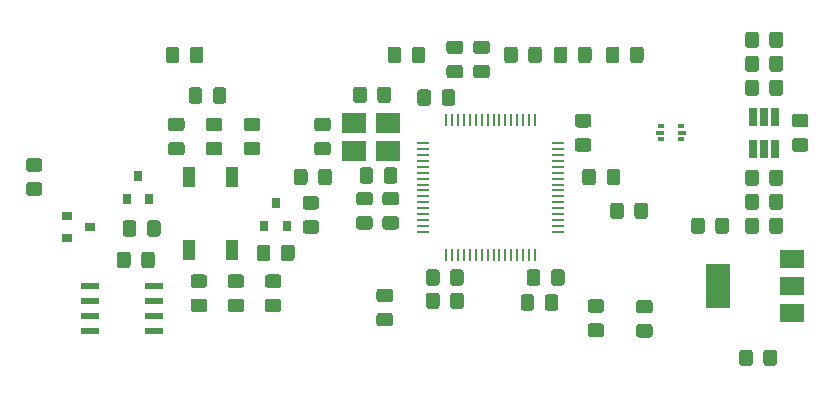
<source format=gbr>
%TF.GenerationSoftware,KiCad,Pcbnew,5.1.6+dfsg1-1~bpo10+1*%
%TF.CreationDate,2021-04-22T00:57:50+03:00*%
%TF.ProjectId,controller,636f6e74-726f-46c6-9c65-722e6b696361,rev?*%
%TF.SameCoordinates,PX3cfccb0PYa197300*%
%TF.FileFunction,Paste,Top*%
%TF.FilePolarity,Positive*%
%FSLAX46Y46*%
G04 Gerber Fmt 4.6, Leading zero omitted, Abs format (unit mm)*
G04 Created by KiCad (PCBNEW 5.1.6+dfsg1-1~bpo10+1) date 2021-04-22 00:57:50*
%MOMM*%
%LPD*%
G01*
G04 APERTURE LIST*
%ADD10R,0.900000X0.800000*%
%ADD11R,0.800000X0.900000*%
%ADD12R,1.100000X1.800000*%
%ADD13R,1.550000X0.600000*%
%ADD14R,0.250000X1.000000*%
%ADD15R,1.000000X0.250000*%
%ADD16R,2.100000X1.800000*%
%ADD17R,0.500000X0.375000*%
%ADD18R,0.650000X0.300000*%
%ADD19R,0.650000X1.560000*%
%ADD20R,2.000000X1.500000*%
%ADD21R,2.000000X3.800000*%
G04 APERTURE END LIST*
%TO.C,R18*%
G36*
G01*
X12825000Y19414999D02*
X12825000Y20315001D01*
G75*
G02*
X13074999Y20565000I249999J0D01*
G01*
X13725001Y20565000D01*
G75*
G02*
X13975000Y20315001I0J-249999D01*
G01*
X13975000Y19414999D01*
G75*
G02*
X13725001Y19165000I-249999J0D01*
G01*
X13074999Y19165000D01*
G75*
G02*
X12825000Y19414999I0J249999D01*
G01*
G37*
G36*
G01*
X10775000Y19414999D02*
X10775000Y20315001D01*
G75*
G02*
X11024999Y20565000I249999J0D01*
G01*
X11675001Y20565000D01*
G75*
G02*
X11925000Y20315001I0J-249999D01*
G01*
X11925000Y19414999D01*
G75*
G02*
X11675001Y19165000I-249999J0D01*
G01*
X11024999Y19165000D01*
G75*
G02*
X10775000Y19414999I0J249999D01*
G01*
G37*
%TD*%
%TO.C,R17*%
G36*
G01*
X23275000Y18240001D02*
X23275000Y17339999D01*
G75*
G02*
X23025001Y17090000I-249999J0D01*
G01*
X22374999Y17090000D01*
G75*
G02*
X22125000Y17339999I0J249999D01*
G01*
X22125000Y18240001D01*
G75*
G02*
X22374999Y18490000I249999J0D01*
G01*
X23025001Y18490000D01*
G75*
G02*
X23275000Y18240001I0J-249999D01*
G01*
G37*
G36*
G01*
X25325000Y18240001D02*
X25325000Y17339999D01*
G75*
G02*
X25075001Y17090000I-249999J0D01*
G01*
X24424999Y17090000D01*
G75*
G02*
X24175000Y17339999I0J249999D01*
G01*
X24175000Y18240001D01*
G75*
G02*
X24424999Y18490000I249999J0D01*
G01*
X25075001Y18490000D01*
G75*
G02*
X25325000Y18240001I0J-249999D01*
G01*
G37*
%TD*%
D10*
%TO.C,Q3*%
X8025000Y19990000D03*
X6025000Y19040000D03*
X6025000Y20940000D03*
%TD*%
D11*
%TO.C,Q2*%
X23725000Y22040000D03*
X24675000Y20040000D03*
X22775000Y20040000D03*
%TD*%
D12*
%TO.C,SW1*%
X16350000Y18015000D03*
X16350000Y24215000D03*
X20050000Y18015000D03*
X20050000Y24215000D03*
%TD*%
%TO.C,R16*%
G36*
G01*
X15760141Y28090000D02*
X14860139Y28090000D01*
G75*
G02*
X14610140Y28339999I0J249999D01*
G01*
X14610140Y28990001D01*
G75*
G02*
X14860139Y29240000I249999J0D01*
G01*
X15760141Y29240000D01*
G75*
G02*
X16010140Y28990001I0J-249999D01*
G01*
X16010140Y28339999D01*
G75*
G02*
X15760141Y28090000I-249999J0D01*
G01*
G37*
G36*
G01*
X15760141Y26040000D02*
X14860139Y26040000D01*
G75*
G02*
X14610140Y26289999I0J249999D01*
G01*
X14610140Y26940001D01*
G75*
G02*
X14860139Y27190000I249999J0D01*
G01*
X15760141Y27190000D01*
G75*
G02*
X16010140Y26940001I0J-249999D01*
G01*
X16010140Y26289999D01*
G75*
G02*
X15760141Y26040000I-249999J0D01*
G01*
G37*
%TD*%
D11*
%TO.C,Q1*%
X12046800Y24339200D03*
X12996800Y22339200D03*
X11096800Y22339200D03*
%TD*%
%TO.C,C20*%
G36*
G01*
X18066889Y27190000D02*
X18966891Y27190000D01*
G75*
G02*
X19216890Y26940001I0J-249999D01*
G01*
X19216890Y26289999D01*
G75*
G02*
X18966891Y26040000I-249999J0D01*
G01*
X18066889Y26040000D01*
G75*
G02*
X17816890Y26289999I0J249999D01*
G01*
X17816890Y26940001D01*
G75*
G02*
X18066889Y27190000I249999J0D01*
G01*
G37*
G36*
G01*
X18066889Y29240000D02*
X18966891Y29240000D01*
G75*
G02*
X19216890Y28990001I0J-249999D01*
G01*
X19216890Y28339999D01*
G75*
G02*
X18966891Y28090000I-249999J0D01*
G01*
X18066889Y28090000D01*
G75*
G02*
X17816890Y28339999I0J249999D01*
G01*
X17816890Y28990001D01*
G75*
G02*
X18066889Y29240000I249999J0D01*
G01*
G37*
%TD*%
D13*
%TO.C,U5*%
X13421240Y14999280D03*
X13421240Y13729280D03*
X13421240Y12459280D03*
X13421240Y11189280D03*
X8021240Y11189280D03*
X8021240Y12459280D03*
X8021240Y13729280D03*
X8021240Y14999280D03*
%TD*%
%TO.C,R15*%
G36*
G01*
X23055839Y13922200D02*
X23955841Y13922200D01*
G75*
G02*
X24205840Y13672201I0J-249999D01*
G01*
X24205840Y13022199D01*
G75*
G02*
X23955841Y12772200I-249999J0D01*
G01*
X23055839Y12772200D01*
G75*
G02*
X22805840Y13022199I0J249999D01*
G01*
X22805840Y13672201D01*
G75*
G02*
X23055839Y13922200I249999J0D01*
G01*
G37*
G36*
G01*
X23055839Y15972200D02*
X23955841Y15972200D01*
G75*
G02*
X24205840Y15722201I0J-249999D01*
G01*
X24205840Y15072199D01*
G75*
G02*
X23955841Y14822200I-249999J0D01*
G01*
X23055839Y14822200D01*
G75*
G02*
X22805840Y15072199I0J249999D01*
G01*
X22805840Y15722201D01*
G75*
G02*
X23055839Y15972200I249999J0D01*
G01*
G37*
%TD*%
%TO.C,R14*%
G36*
G01*
X19911319Y13922200D02*
X20811321Y13922200D01*
G75*
G02*
X21061320Y13672201I0J-249999D01*
G01*
X21061320Y13022199D01*
G75*
G02*
X20811321Y12772200I-249999J0D01*
G01*
X19911319Y12772200D01*
G75*
G02*
X19661320Y13022199I0J249999D01*
G01*
X19661320Y13672201D01*
G75*
G02*
X19911319Y13922200I249999J0D01*
G01*
G37*
G36*
G01*
X19911319Y15972200D02*
X20811321Y15972200D01*
G75*
G02*
X21061320Y15722201I0J-249999D01*
G01*
X21061320Y15072199D01*
G75*
G02*
X20811321Y14822200I-249999J0D01*
G01*
X19911319Y14822200D01*
G75*
G02*
X19661320Y15072199I0J249999D01*
G01*
X19661320Y15722201D01*
G75*
G02*
X19911319Y15972200I249999J0D01*
G01*
G37*
%TD*%
%TO.C,R13*%
G36*
G01*
X16766799Y13922200D02*
X17666801Y13922200D01*
G75*
G02*
X17916800Y13672201I0J-249999D01*
G01*
X17916800Y13022199D01*
G75*
G02*
X17666801Y12772200I-249999J0D01*
G01*
X16766799Y12772200D01*
G75*
G02*
X16516800Y13022199I0J249999D01*
G01*
X16516800Y13672201D01*
G75*
G02*
X16766799Y13922200I249999J0D01*
G01*
G37*
G36*
G01*
X16766799Y15972200D02*
X17666801Y15972200D01*
G75*
G02*
X17916800Y15722201I0J-249999D01*
G01*
X17916800Y15072199D01*
G75*
G02*
X17666801Y14822200I-249999J0D01*
G01*
X16766799Y14822200D01*
G75*
G02*
X16516800Y15072199I0J249999D01*
G01*
X16516800Y15722201D01*
G75*
G02*
X16766799Y15972200I249999J0D01*
G01*
G37*
%TD*%
%TO.C,C19*%
G36*
G01*
X11441080Y17644641D02*
X11441080Y16744639D01*
G75*
G02*
X11191081Y16494640I-249999J0D01*
G01*
X10541079Y16494640D01*
G75*
G02*
X10291080Y16744639I0J249999D01*
G01*
X10291080Y17644641D01*
G75*
G02*
X10541079Y17894640I249999J0D01*
G01*
X11191081Y17894640D01*
G75*
G02*
X11441080Y17644641I0J-249999D01*
G01*
G37*
G36*
G01*
X13491080Y17644641D02*
X13491080Y16744639D01*
G75*
G02*
X13241081Y16494640I-249999J0D01*
G01*
X12591079Y16494640D01*
G75*
G02*
X12341080Y16744639I0J249999D01*
G01*
X12341080Y17644641D01*
G75*
G02*
X12591079Y17894640I249999J0D01*
G01*
X13241081Y17894640D01*
G75*
G02*
X13491080Y17644641I0J-249999D01*
G01*
G37*
%TD*%
%TO.C,R12*%
G36*
G01*
X51282601Y12717340D02*
X50382599Y12717340D01*
G75*
G02*
X50132600Y12967339I0J249999D01*
G01*
X50132600Y13617341D01*
G75*
G02*
X50382599Y13867340I249999J0D01*
G01*
X51282601Y13867340D01*
G75*
G02*
X51532600Y13617341I0J-249999D01*
G01*
X51532600Y12967339D01*
G75*
G02*
X51282601Y12717340I-249999J0D01*
G01*
G37*
G36*
G01*
X51282601Y10667340D02*
X50382599Y10667340D01*
G75*
G02*
X50132600Y10917339I0J249999D01*
G01*
X50132600Y11567341D01*
G75*
G02*
X50382599Y11817340I249999J0D01*
G01*
X51282601Y11817340D01*
G75*
G02*
X51532600Y11567341I0J-249999D01*
G01*
X51532600Y10917339D01*
G75*
G02*
X51282601Y10667340I-249999J0D01*
G01*
G37*
%TD*%
%TO.C,R11*%
G36*
G01*
X32511159Y12716500D02*
X33411161Y12716500D01*
G75*
G02*
X33661160Y12466501I0J-249999D01*
G01*
X33661160Y11816499D01*
G75*
G02*
X33411161Y11566500I-249999J0D01*
G01*
X32511159Y11566500D01*
G75*
G02*
X32261160Y11816499I0J249999D01*
G01*
X32261160Y12466501D01*
G75*
G02*
X32511159Y12716500I249999J0D01*
G01*
G37*
G36*
G01*
X32511159Y14766500D02*
X33411161Y14766500D01*
G75*
G02*
X33661160Y14516501I0J-249999D01*
G01*
X33661160Y13866499D01*
G75*
G02*
X33411161Y13616500I-249999J0D01*
G01*
X32511159Y13616500D01*
G75*
G02*
X32261160Y13866499I0J249999D01*
G01*
X32261160Y14516501D01*
G75*
G02*
X32511159Y14766500I249999J0D01*
G01*
G37*
%TD*%
%TO.C,R10*%
G36*
G01*
X55389781Y12664000D02*
X54489779Y12664000D01*
G75*
G02*
X54239780Y12913999I0J249999D01*
G01*
X54239780Y13564001D01*
G75*
G02*
X54489779Y13814000I249999J0D01*
G01*
X55389781Y13814000D01*
G75*
G02*
X55639780Y13564001I0J-249999D01*
G01*
X55639780Y12913999D01*
G75*
G02*
X55389781Y12664000I-249999J0D01*
G01*
G37*
G36*
G01*
X55389781Y10614000D02*
X54489779Y10614000D01*
G75*
G02*
X54239780Y10863999I0J249999D01*
G01*
X54239780Y11514001D01*
G75*
G02*
X54489779Y11764000I249999J0D01*
G01*
X55389781Y11764000D01*
G75*
G02*
X55639780Y11514001I0J-249999D01*
G01*
X55639780Y10863999D01*
G75*
G02*
X55389781Y10614000I-249999J0D01*
G01*
G37*
%TD*%
%TO.C,R9*%
G36*
G01*
X18404840Y30666679D02*
X18404840Y31566681D01*
G75*
G02*
X18654839Y31816680I249999J0D01*
G01*
X19304841Y31816680D01*
G75*
G02*
X19554840Y31566681I0J-249999D01*
G01*
X19554840Y30666679D01*
G75*
G02*
X19304841Y30416680I-249999J0D01*
G01*
X18654839Y30416680D01*
G75*
G02*
X18404840Y30666679I0J249999D01*
G01*
G37*
G36*
G01*
X16354840Y30666679D02*
X16354840Y31566681D01*
G75*
G02*
X16604839Y31816680I249999J0D01*
G01*
X17254841Y31816680D01*
G75*
G02*
X17504840Y31566681I0J-249999D01*
G01*
X17504840Y30666679D01*
G75*
G02*
X17254841Y30416680I-249999J0D01*
G01*
X16604839Y30416680D01*
G75*
G02*
X16354840Y30666679I0J249999D01*
G01*
G37*
%TD*%
%TO.C,R6*%
G36*
G01*
X44212940Y35010001D02*
X44212940Y34109999D01*
G75*
G02*
X43962941Y33860000I-249999J0D01*
G01*
X43312939Y33860000D01*
G75*
G02*
X43062940Y34109999I0J249999D01*
G01*
X43062940Y35010001D01*
G75*
G02*
X43312939Y35260000I249999J0D01*
G01*
X43962941Y35260000D01*
G75*
G02*
X44212940Y35010001I0J-249999D01*
G01*
G37*
G36*
G01*
X46262940Y35010001D02*
X46262940Y34109999D01*
G75*
G02*
X46012941Y33860000I-249999J0D01*
G01*
X45362939Y33860000D01*
G75*
G02*
X45112940Y34109999I0J249999D01*
G01*
X45112940Y35010001D01*
G75*
G02*
X45362939Y35260000I249999J0D01*
G01*
X46012941Y35260000D01*
G75*
G02*
X46262940Y35010001I0J-249999D01*
G01*
G37*
%TD*%
%TO.C,C18*%
G36*
G01*
X46507400Y13148299D02*
X46507400Y14048301D01*
G75*
G02*
X46757399Y14298300I249999J0D01*
G01*
X47407401Y14298300D01*
G75*
G02*
X47657400Y14048301I0J-249999D01*
G01*
X47657400Y13148299D01*
G75*
G02*
X47407401Y12898300I-249999J0D01*
G01*
X46757399Y12898300D01*
G75*
G02*
X46507400Y13148299I0J249999D01*
G01*
G37*
G36*
G01*
X44457400Y13148299D02*
X44457400Y14048301D01*
G75*
G02*
X44707399Y14298300I249999J0D01*
G01*
X45357401Y14298300D01*
G75*
G02*
X45607400Y14048301I0J-249999D01*
G01*
X45607400Y13148299D01*
G75*
G02*
X45357401Y12898300I-249999J0D01*
G01*
X44707399Y12898300D01*
G75*
G02*
X44457400Y13148299I0J249999D01*
G01*
G37*
%TD*%
D14*
%TO.C,U2*%
X38170000Y29030000D03*
X38670000Y29030000D03*
X39170000Y29030000D03*
X39670000Y29030000D03*
X40170000Y29030000D03*
X40670000Y29030000D03*
X41170000Y29030000D03*
X41670000Y29030000D03*
X42170000Y29030000D03*
X42670000Y29030000D03*
X43170000Y29030000D03*
X43670000Y29030000D03*
X44170000Y29030000D03*
X44670000Y29030000D03*
X45170000Y29030000D03*
X45670000Y29030000D03*
D15*
X47620000Y27080000D03*
X47620000Y26580000D03*
X47620000Y26080000D03*
X47620000Y25580000D03*
X47620000Y25080000D03*
X47620000Y24580000D03*
X47620000Y24080000D03*
X47620000Y23580000D03*
X47620000Y23080000D03*
X47620000Y22580000D03*
X47620000Y22080000D03*
X47620000Y21580000D03*
X47620000Y21080000D03*
X47620000Y20580000D03*
X47620000Y20080000D03*
X47620000Y19580000D03*
D14*
X45670000Y17630000D03*
X45170000Y17630000D03*
X44670000Y17630000D03*
X44170000Y17630000D03*
X43670000Y17630000D03*
X43170000Y17630000D03*
X42670000Y17630000D03*
X42170000Y17630000D03*
X41670000Y17630000D03*
X41170000Y17630000D03*
X40670000Y17630000D03*
X40170000Y17630000D03*
X39670000Y17630000D03*
X39170000Y17630000D03*
X38670000Y17630000D03*
X38170000Y17630000D03*
D15*
X36220000Y19580000D03*
X36220000Y20080000D03*
X36220000Y20580000D03*
X36220000Y21080000D03*
X36220000Y21580000D03*
X36220000Y22080000D03*
X36220000Y22580000D03*
X36220000Y23080000D03*
X36220000Y23580000D03*
X36220000Y24080000D03*
X36220000Y24580000D03*
X36220000Y25080000D03*
X36220000Y25580000D03*
X36220000Y26080000D03*
X36220000Y26580000D03*
X36220000Y27080000D03*
%TD*%
%TO.C,D6*%
G36*
G01*
X51740000Y23769999D02*
X51740000Y24670001D01*
G75*
G02*
X51989999Y24920000I249999J0D01*
G01*
X52640001Y24920000D01*
G75*
G02*
X52890000Y24670001I0J-249999D01*
G01*
X52890000Y23769999D01*
G75*
G02*
X52640001Y23520000I-249999J0D01*
G01*
X51989999Y23520000D01*
G75*
G02*
X51740000Y23769999I0J249999D01*
G01*
G37*
G36*
G01*
X49690000Y23769999D02*
X49690000Y24670001D01*
G75*
G02*
X49939999Y24920000I249999J0D01*
G01*
X50590001Y24920000D01*
G75*
G02*
X50840000Y24670001I0J-249999D01*
G01*
X50840000Y23769999D01*
G75*
G02*
X50590001Y23520000I-249999J0D01*
G01*
X49939999Y23520000D01*
G75*
G02*
X49690000Y23769999I0J249999D01*
G01*
G37*
%TD*%
%TO.C,D5*%
G36*
G01*
X27325000Y23769999D02*
X27325000Y24670001D01*
G75*
G02*
X27574999Y24920000I249999J0D01*
G01*
X28225001Y24920000D01*
G75*
G02*
X28475000Y24670001I0J-249999D01*
G01*
X28475000Y23769999D01*
G75*
G02*
X28225001Y23520000I-249999J0D01*
G01*
X27574999Y23520000D01*
G75*
G02*
X27325000Y23769999I0J249999D01*
G01*
G37*
G36*
G01*
X25275000Y23769999D02*
X25275000Y24670001D01*
G75*
G02*
X25524999Y24920000I249999J0D01*
G01*
X26175001Y24920000D01*
G75*
G02*
X26425000Y24670001I0J-249999D01*
G01*
X26425000Y23769999D01*
G75*
G02*
X26175001Y23520000I-249999J0D01*
G01*
X25524999Y23520000D01*
G75*
G02*
X25275000Y23769999I0J249999D01*
G01*
G37*
%TD*%
%TO.C,D4*%
G36*
G01*
X3730001Y24670000D02*
X2829999Y24670000D01*
G75*
G02*
X2580000Y24919999I0J249999D01*
G01*
X2580000Y25570001D01*
G75*
G02*
X2829999Y25820000I249999J0D01*
G01*
X3730001Y25820000D01*
G75*
G02*
X3980000Y25570001I0J-249999D01*
G01*
X3980000Y24919999D01*
G75*
G02*
X3730001Y24670000I-249999J0D01*
G01*
G37*
G36*
G01*
X3730001Y22620000D02*
X2829999Y22620000D01*
G75*
G02*
X2580000Y22869999I0J249999D01*
G01*
X2580000Y23520001D01*
G75*
G02*
X2829999Y23770000I249999J0D01*
G01*
X3730001Y23770000D01*
G75*
G02*
X3980000Y23520001I0J-249999D01*
G01*
X3980000Y22869999D01*
G75*
G02*
X3730001Y22620000I-249999J0D01*
G01*
G37*
%TD*%
D16*
%TO.C,Y1*%
X33260000Y26450000D03*
X30360000Y26450000D03*
X30360000Y28750000D03*
X33260000Y28750000D03*
%TD*%
D17*
%TO.C,U4*%
X56358000Y27424500D03*
X56358000Y28499500D03*
D18*
X58133000Y27962000D03*
X56283000Y27962000D03*
D17*
X58058000Y28499500D03*
X58058000Y27424500D03*
%TD*%
D19*
%TO.C,U3*%
X65082000Y26612000D03*
X66032000Y26612000D03*
X64132000Y26612000D03*
X64132000Y29312000D03*
X65082000Y29312000D03*
X66032000Y29312000D03*
%TD*%
D20*
%TO.C,U1*%
X67470000Y12708000D03*
X67470000Y17308000D03*
X67470000Y15008000D03*
D21*
X61170000Y15008000D03*
%TD*%
%TO.C,R8*%
G36*
G01*
X53202000Y21808001D02*
X53202000Y20907999D01*
G75*
G02*
X52952001Y20658000I-249999J0D01*
G01*
X52301999Y20658000D01*
G75*
G02*
X52052000Y20907999I0J249999D01*
G01*
X52052000Y21808001D01*
G75*
G02*
X52301999Y22058000I249999J0D01*
G01*
X52952001Y22058000D01*
G75*
G02*
X53202000Y21808001I0J-249999D01*
G01*
G37*
G36*
G01*
X55252000Y21808001D02*
X55252000Y20907999D01*
G75*
G02*
X55002001Y20658000I-249999J0D01*
G01*
X54351999Y20658000D01*
G75*
G02*
X54102000Y20907999I0J249999D01*
G01*
X54102000Y21808001D01*
G75*
G02*
X54351999Y22058000I249999J0D01*
G01*
X55002001Y22058000D01*
G75*
G02*
X55252000Y21808001I0J-249999D01*
G01*
G37*
%TD*%
%TO.C,R7*%
G36*
G01*
X68580001Y28412000D02*
X67679999Y28412000D01*
G75*
G02*
X67430000Y28661999I0J249999D01*
G01*
X67430000Y29312001D01*
G75*
G02*
X67679999Y29562000I249999J0D01*
G01*
X68580001Y29562000D01*
G75*
G02*
X68830000Y29312001I0J-249999D01*
G01*
X68830000Y28661999D01*
G75*
G02*
X68580001Y28412000I-249999J0D01*
G01*
G37*
G36*
G01*
X68580001Y26362000D02*
X67679999Y26362000D01*
G75*
G02*
X67430000Y26611999I0J249999D01*
G01*
X67430000Y27262001D01*
G75*
G02*
X67679999Y27512000I249999J0D01*
G01*
X68580001Y27512000D01*
G75*
G02*
X68830000Y27262001I0J-249999D01*
G01*
X68830000Y26611999D01*
G75*
G02*
X68580001Y26362000I-249999J0D01*
G01*
G37*
%TD*%
%TO.C,R5*%
G36*
G01*
X48424260Y35010001D02*
X48424260Y34109999D01*
G75*
G02*
X48174261Y33860000I-249999J0D01*
G01*
X47524259Y33860000D01*
G75*
G02*
X47274260Y34109999I0J249999D01*
G01*
X47274260Y35010001D01*
G75*
G02*
X47524259Y35260000I249999J0D01*
G01*
X48174261Y35260000D01*
G75*
G02*
X48424260Y35010001I0J-249999D01*
G01*
G37*
G36*
G01*
X50474260Y35010001D02*
X50474260Y34109999D01*
G75*
G02*
X50224261Y33860000I-249999J0D01*
G01*
X49574259Y33860000D01*
G75*
G02*
X49324260Y34109999I0J249999D01*
G01*
X49324260Y35010001D01*
G75*
G02*
X49574259Y35260000I249999J0D01*
G01*
X50224261Y35260000D01*
G75*
G02*
X50474260Y35010001I0J-249999D01*
G01*
G37*
%TD*%
%TO.C,R4*%
G36*
G01*
X40697579Y33722300D02*
X41597581Y33722300D01*
G75*
G02*
X41847580Y33472301I0J-249999D01*
G01*
X41847580Y32822299D01*
G75*
G02*
X41597581Y32572300I-249999J0D01*
G01*
X40697579Y32572300D01*
G75*
G02*
X40447580Y32822299I0J249999D01*
G01*
X40447580Y33472301D01*
G75*
G02*
X40697579Y33722300I249999J0D01*
G01*
G37*
G36*
G01*
X40697579Y35772300D02*
X41597581Y35772300D01*
G75*
G02*
X41847580Y35522301I0J-249999D01*
G01*
X41847580Y34872299D01*
G75*
G02*
X41597581Y34622300I-249999J0D01*
G01*
X40697579Y34622300D01*
G75*
G02*
X40447580Y34872299I0J249999D01*
G01*
X40447580Y35522301D01*
G75*
G02*
X40697579Y35772300I249999J0D01*
G01*
G37*
%TD*%
%TO.C,R3*%
G36*
G01*
X38436979Y33722300D02*
X39336981Y33722300D01*
G75*
G02*
X39586980Y33472301I0J-249999D01*
G01*
X39586980Y32822299D01*
G75*
G02*
X39336981Y32572300I-249999J0D01*
G01*
X38436979Y32572300D01*
G75*
G02*
X38186980Y32822299I0J249999D01*
G01*
X38186980Y33472301D01*
G75*
G02*
X38436979Y33722300I249999J0D01*
G01*
G37*
G36*
G01*
X38436979Y35772300D02*
X39336981Y35772300D01*
G75*
G02*
X39586980Y35522301I0J-249999D01*
G01*
X39586980Y34872299D01*
G75*
G02*
X39336981Y34622300I-249999J0D01*
G01*
X38436979Y34622300D01*
G75*
G02*
X38186980Y34872299I0J249999D01*
G01*
X38186980Y35522301D01*
G75*
G02*
X38436979Y35772300I249999J0D01*
G01*
G37*
%TD*%
%TO.C,R2*%
G36*
G01*
X21273639Y27190000D02*
X22173641Y27190000D01*
G75*
G02*
X22423640Y26940001I0J-249999D01*
G01*
X22423640Y26289999D01*
G75*
G02*
X22173641Y26040000I-249999J0D01*
G01*
X21273639Y26040000D01*
G75*
G02*
X21023640Y26289999I0J249999D01*
G01*
X21023640Y26940001D01*
G75*
G02*
X21273639Y27190000I249999J0D01*
G01*
G37*
G36*
G01*
X21273639Y29240000D02*
X22173641Y29240000D01*
G75*
G02*
X22423640Y28990001I0J-249999D01*
G01*
X22423640Y28339999D01*
G75*
G02*
X22173641Y28090000I-249999J0D01*
G01*
X21273639Y28090000D01*
G75*
G02*
X21023640Y28339999I0J249999D01*
G01*
X21023640Y28990001D01*
G75*
G02*
X21273639Y29240000I249999J0D01*
G01*
G37*
%TD*%
%TO.C,R1*%
G36*
G01*
X32880000Y23889999D02*
X32880000Y24790001D01*
G75*
G02*
X33129999Y25040000I249999J0D01*
G01*
X33780001Y25040000D01*
G75*
G02*
X34030000Y24790001I0J-249999D01*
G01*
X34030000Y23889999D01*
G75*
G02*
X33780001Y23640000I-249999J0D01*
G01*
X33129999Y23640000D01*
G75*
G02*
X32880000Y23889999I0J249999D01*
G01*
G37*
G36*
G01*
X30830000Y23889999D02*
X30830000Y24790001D01*
G75*
G02*
X31079999Y25040000I249999J0D01*
G01*
X31730001Y25040000D01*
G75*
G02*
X31980000Y24790001I0J-249999D01*
G01*
X31980000Y23889999D01*
G75*
G02*
X31730001Y23640000I-249999J0D01*
G01*
X31079999Y23640000D01*
G75*
G02*
X30830000Y23889999I0J249999D01*
G01*
G37*
%TD*%
%TO.C,FB1*%
G36*
G01*
X64632000Y36286001D02*
X64632000Y35385999D01*
G75*
G02*
X64382001Y35136000I-249999J0D01*
G01*
X63731999Y35136000D01*
G75*
G02*
X63482000Y35385999I0J249999D01*
G01*
X63482000Y36286001D01*
G75*
G02*
X63731999Y36536000I249999J0D01*
G01*
X64382001Y36536000D01*
G75*
G02*
X64632000Y36286001I0J-249999D01*
G01*
G37*
G36*
G01*
X66682000Y36286001D02*
X66682000Y35385999D01*
G75*
G02*
X66432001Y35136000I-249999J0D01*
G01*
X65781999Y35136000D01*
G75*
G02*
X65532000Y35385999I0J249999D01*
G01*
X65532000Y36286001D01*
G75*
G02*
X65781999Y36536000I249999J0D01*
G01*
X66432001Y36536000D01*
G75*
G02*
X66682000Y36286001I0J-249999D01*
G01*
G37*
%TD*%
%TO.C,D3*%
G36*
G01*
X53730000Y34109999D02*
X53730000Y35010001D01*
G75*
G02*
X53979999Y35260000I249999J0D01*
G01*
X54630001Y35260000D01*
G75*
G02*
X54880000Y35010001I0J-249999D01*
G01*
X54880000Y34109999D01*
G75*
G02*
X54630001Y33860000I-249999J0D01*
G01*
X53979999Y33860000D01*
G75*
G02*
X53730000Y34109999I0J249999D01*
G01*
G37*
G36*
G01*
X51680000Y34109999D02*
X51680000Y35010001D01*
G75*
G02*
X51929999Y35260000I249999J0D01*
G01*
X52580001Y35260000D01*
G75*
G02*
X52830000Y35010001I0J-249999D01*
G01*
X52830000Y34109999D01*
G75*
G02*
X52580001Y33860000I-249999J0D01*
G01*
X51929999Y33860000D01*
G75*
G02*
X51680000Y34109999I0J249999D01*
G01*
G37*
%TD*%
%TO.C,D2*%
G36*
G01*
X35245000Y34109999D02*
X35245000Y35010001D01*
G75*
G02*
X35494999Y35260000I249999J0D01*
G01*
X36145001Y35260000D01*
G75*
G02*
X36395000Y35010001I0J-249999D01*
G01*
X36395000Y34109999D01*
G75*
G02*
X36145001Y33860000I-249999J0D01*
G01*
X35494999Y33860000D01*
G75*
G02*
X35245000Y34109999I0J249999D01*
G01*
G37*
G36*
G01*
X33195000Y34109999D02*
X33195000Y35010001D01*
G75*
G02*
X33444999Y35260000I249999J0D01*
G01*
X34095001Y35260000D01*
G75*
G02*
X34345000Y35010001I0J-249999D01*
G01*
X34345000Y34109999D01*
G75*
G02*
X34095001Y33860000I-249999J0D01*
G01*
X33444999Y33860000D01*
G75*
G02*
X33195000Y34109999I0J249999D01*
G01*
G37*
%TD*%
%TO.C,D1*%
G36*
G01*
X16465000Y34109999D02*
X16465000Y35010001D01*
G75*
G02*
X16714999Y35260000I249999J0D01*
G01*
X17365001Y35260000D01*
G75*
G02*
X17615000Y35010001I0J-249999D01*
G01*
X17615000Y34109999D01*
G75*
G02*
X17365001Y33860000I-249999J0D01*
G01*
X16714999Y33860000D01*
G75*
G02*
X16465000Y34109999I0J249999D01*
G01*
G37*
G36*
G01*
X14415000Y34109999D02*
X14415000Y35010001D01*
G75*
G02*
X14664999Y35260000I249999J0D01*
G01*
X15315001Y35260000D01*
G75*
G02*
X15565000Y35010001I0J-249999D01*
G01*
X15565000Y34109999D01*
G75*
G02*
X15315001Y33860000I-249999J0D01*
G01*
X14664999Y33860000D01*
G75*
G02*
X14415000Y34109999I0J249999D01*
G01*
G37*
%TD*%
%TO.C,C17*%
G36*
G01*
X64632000Y22570001D02*
X64632000Y21669999D01*
G75*
G02*
X64382001Y21420000I-249999J0D01*
G01*
X63731999Y21420000D01*
G75*
G02*
X63482000Y21669999I0J249999D01*
G01*
X63482000Y22570001D01*
G75*
G02*
X63731999Y22820000I249999J0D01*
G01*
X64382001Y22820000D01*
G75*
G02*
X64632000Y22570001I0J-249999D01*
G01*
G37*
G36*
G01*
X66682000Y22570001D02*
X66682000Y21669999D01*
G75*
G02*
X66432001Y21420000I-249999J0D01*
G01*
X65781999Y21420000D01*
G75*
G02*
X65532000Y21669999I0J249999D01*
G01*
X65532000Y22570001D01*
G75*
G02*
X65781999Y22820000I249999J0D01*
G01*
X66432001Y22820000D01*
G75*
G02*
X66682000Y22570001I0J-249999D01*
G01*
G37*
%TD*%
%TO.C,C16*%
G36*
G01*
X64632000Y24602001D02*
X64632000Y23701999D01*
G75*
G02*
X64382001Y23452000I-249999J0D01*
G01*
X63731999Y23452000D01*
G75*
G02*
X63482000Y23701999I0J249999D01*
G01*
X63482000Y24602001D01*
G75*
G02*
X63731999Y24852000I249999J0D01*
G01*
X64382001Y24852000D01*
G75*
G02*
X64632000Y24602001I0J-249999D01*
G01*
G37*
G36*
G01*
X66682000Y24602001D02*
X66682000Y23701999D01*
G75*
G02*
X66432001Y23452000I-249999J0D01*
G01*
X65781999Y23452000D01*
G75*
G02*
X65532000Y23701999I0J249999D01*
G01*
X65532000Y24602001D01*
G75*
G02*
X65781999Y24852000I249999J0D01*
G01*
X66432001Y24852000D01*
G75*
G02*
X66682000Y24602001I0J-249999D01*
G01*
G37*
%TD*%
%TO.C,C15*%
G36*
G01*
X64632000Y32222001D02*
X64632000Y31321999D01*
G75*
G02*
X64382001Y31072000I-249999J0D01*
G01*
X63731999Y31072000D01*
G75*
G02*
X63482000Y31321999I0J249999D01*
G01*
X63482000Y32222001D01*
G75*
G02*
X63731999Y32472000I249999J0D01*
G01*
X64382001Y32472000D01*
G75*
G02*
X64632000Y32222001I0J-249999D01*
G01*
G37*
G36*
G01*
X66682000Y32222001D02*
X66682000Y31321999D01*
G75*
G02*
X66432001Y31072000I-249999J0D01*
G01*
X65781999Y31072000D01*
G75*
G02*
X65532000Y31321999I0J249999D01*
G01*
X65532000Y32222001D01*
G75*
G02*
X65781999Y32472000I249999J0D01*
G01*
X66432001Y32472000D01*
G75*
G02*
X66682000Y32222001I0J-249999D01*
G01*
G37*
%TD*%
%TO.C,C14*%
G36*
G01*
X64632000Y34254001D02*
X64632000Y33353999D01*
G75*
G02*
X64382001Y33104000I-249999J0D01*
G01*
X63731999Y33104000D01*
G75*
G02*
X63482000Y33353999I0J249999D01*
G01*
X63482000Y34254001D01*
G75*
G02*
X63731999Y34504000I249999J0D01*
G01*
X64382001Y34504000D01*
G75*
G02*
X64632000Y34254001I0J-249999D01*
G01*
G37*
G36*
G01*
X66682000Y34254001D02*
X66682000Y33353999D01*
G75*
G02*
X66432001Y33104000I-249999J0D01*
G01*
X65781999Y33104000D01*
G75*
G02*
X65532000Y33353999I0J249999D01*
G01*
X65532000Y34254001D01*
G75*
G02*
X65781999Y34504000I249999J0D01*
G01*
X66432001Y34504000D01*
G75*
G02*
X66682000Y34254001I0J-249999D01*
G01*
G37*
%TD*%
%TO.C,C13*%
G36*
G01*
X60960000Y19637999D02*
X60960000Y20538001D01*
G75*
G02*
X61209999Y20788000I249999J0D01*
G01*
X61860001Y20788000D01*
G75*
G02*
X62110000Y20538001I0J-249999D01*
G01*
X62110000Y19637999D01*
G75*
G02*
X61860001Y19388000I-249999J0D01*
G01*
X61209999Y19388000D01*
G75*
G02*
X60960000Y19637999I0J249999D01*
G01*
G37*
G36*
G01*
X58910000Y19637999D02*
X58910000Y20538001D01*
G75*
G02*
X59159999Y20788000I249999J0D01*
G01*
X59810001Y20788000D01*
G75*
G02*
X60060000Y20538001I0J-249999D01*
G01*
X60060000Y19637999D01*
G75*
G02*
X59810001Y19388000I-249999J0D01*
G01*
X59159999Y19388000D01*
G75*
G02*
X58910000Y19637999I0J249999D01*
G01*
G37*
%TD*%
%TO.C,C12*%
G36*
G01*
X65024000Y8461999D02*
X65024000Y9362001D01*
G75*
G02*
X65273999Y9612000I249999J0D01*
G01*
X65924001Y9612000D01*
G75*
G02*
X66174000Y9362001I0J-249999D01*
G01*
X66174000Y8461999D01*
G75*
G02*
X65924001Y8212000I-249999J0D01*
G01*
X65273999Y8212000D01*
G75*
G02*
X65024000Y8461999I0J249999D01*
G01*
G37*
G36*
G01*
X62974000Y8461999D02*
X62974000Y9362001D01*
G75*
G02*
X63223999Y9612000I249999J0D01*
G01*
X63874001Y9612000D01*
G75*
G02*
X64124000Y9362001I0J-249999D01*
G01*
X64124000Y8461999D01*
G75*
G02*
X63874001Y8212000I-249999J0D01*
G01*
X63223999Y8212000D01*
G75*
G02*
X62974000Y8461999I0J249999D01*
G01*
G37*
%TD*%
%TO.C,C11*%
G36*
G01*
X64632000Y20538001D02*
X64632000Y19637999D01*
G75*
G02*
X64382001Y19388000I-249999J0D01*
G01*
X63731999Y19388000D01*
G75*
G02*
X63482000Y19637999I0J249999D01*
G01*
X63482000Y20538001D01*
G75*
G02*
X63731999Y20788000I249999J0D01*
G01*
X64382001Y20788000D01*
G75*
G02*
X64632000Y20538001I0J-249999D01*
G01*
G37*
G36*
G01*
X66682000Y20538001D02*
X66682000Y19637999D01*
G75*
G02*
X66432001Y19388000I-249999J0D01*
G01*
X65781999Y19388000D01*
G75*
G02*
X65532000Y19637999I0J249999D01*
G01*
X65532000Y20538001D01*
G75*
G02*
X65781999Y20788000I249999J0D01*
G01*
X66432001Y20788000D01*
G75*
G02*
X66682000Y20538001I0J-249999D01*
G01*
G37*
%TD*%
%TO.C,C10*%
G36*
G01*
X27150001Y21465000D02*
X26249999Y21465000D01*
G75*
G02*
X26000000Y21714999I0J249999D01*
G01*
X26000000Y22365001D01*
G75*
G02*
X26249999Y22615000I249999J0D01*
G01*
X27150001Y22615000D01*
G75*
G02*
X27400000Y22365001I0J-249999D01*
G01*
X27400000Y21714999D01*
G75*
G02*
X27150001Y21465000I-249999J0D01*
G01*
G37*
G36*
G01*
X27150001Y19415000D02*
X26249999Y19415000D01*
G75*
G02*
X26000000Y19664999I0J249999D01*
G01*
X26000000Y20315001D01*
G75*
G02*
X26249999Y20565000I249999J0D01*
G01*
X27150001Y20565000D01*
G75*
G02*
X27400000Y20315001I0J-249999D01*
G01*
X27400000Y19664999D01*
G75*
G02*
X27150001Y19415000I-249999J0D01*
G01*
G37*
%TD*%
%TO.C,C9*%
G36*
G01*
X28150001Y28090000D02*
X27249999Y28090000D01*
G75*
G02*
X27000000Y28339999I0J249999D01*
G01*
X27000000Y28990001D01*
G75*
G02*
X27249999Y29240000I249999J0D01*
G01*
X28150001Y29240000D01*
G75*
G02*
X28400000Y28990001I0J-249999D01*
G01*
X28400000Y28339999D01*
G75*
G02*
X28150001Y28090000I-249999J0D01*
G01*
G37*
G36*
G01*
X28150001Y26040000D02*
X27249999Y26040000D01*
G75*
G02*
X27000000Y26289999I0J249999D01*
G01*
X27000000Y26940001D01*
G75*
G02*
X27249999Y27190000I249999J0D01*
G01*
X28150001Y27190000D01*
G75*
G02*
X28400000Y26940001I0J-249999D01*
G01*
X28400000Y26289999D01*
G75*
G02*
X28150001Y26040000I-249999J0D01*
G01*
G37*
%TD*%
%TO.C,C8*%
G36*
G01*
X31440000Y31620001D02*
X31440000Y30719999D01*
G75*
G02*
X31190001Y30470000I-249999J0D01*
G01*
X30539999Y30470000D01*
G75*
G02*
X30290000Y30719999I0J249999D01*
G01*
X30290000Y31620001D01*
G75*
G02*
X30539999Y31870000I249999J0D01*
G01*
X31190001Y31870000D01*
G75*
G02*
X31440000Y31620001I0J-249999D01*
G01*
G37*
G36*
G01*
X33490000Y31620001D02*
X33490000Y30719999D01*
G75*
G02*
X33240001Y30470000I-249999J0D01*
G01*
X32589999Y30470000D01*
G75*
G02*
X32340000Y30719999I0J249999D01*
G01*
X32340000Y31620001D01*
G75*
G02*
X32589999Y31870000I249999J0D01*
G01*
X33240001Y31870000D01*
G75*
G02*
X33490000Y31620001I0J-249999D01*
G01*
G37*
%TD*%
%TO.C,C7*%
G36*
G01*
X37600000Y14188001D02*
X37600000Y13287999D01*
G75*
G02*
X37350001Y13038000I-249999J0D01*
G01*
X36699999Y13038000D01*
G75*
G02*
X36450000Y13287999I0J249999D01*
G01*
X36450000Y14188001D01*
G75*
G02*
X36699999Y14438000I249999J0D01*
G01*
X37350001Y14438000D01*
G75*
G02*
X37600000Y14188001I0J-249999D01*
G01*
G37*
G36*
G01*
X39650000Y14188001D02*
X39650000Y13287999D01*
G75*
G02*
X39400001Y13038000I-249999J0D01*
G01*
X38749999Y13038000D01*
G75*
G02*
X38500000Y13287999I0J249999D01*
G01*
X38500000Y14188001D01*
G75*
G02*
X38749999Y14438000I249999J0D01*
G01*
X39400001Y14438000D01*
G75*
G02*
X39650000Y14188001I0J-249999D01*
G01*
G37*
%TD*%
%TO.C,C6*%
G36*
G01*
X31690001Y21810000D02*
X30789999Y21810000D01*
G75*
G02*
X30540000Y22059999I0J249999D01*
G01*
X30540000Y22710001D01*
G75*
G02*
X30789999Y22960000I249999J0D01*
G01*
X31690001Y22960000D01*
G75*
G02*
X31940000Y22710001I0J-249999D01*
G01*
X31940000Y22059999D01*
G75*
G02*
X31690001Y21810000I-249999J0D01*
G01*
G37*
G36*
G01*
X31690001Y19760000D02*
X30789999Y19760000D01*
G75*
G02*
X30540000Y20009999I0J249999D01*
G01*
X30540000Y20660001D01*
G75*
G02*
X30789999Y20910000I249999J0D01*
G01*
X31690001Y20910000D01*
G75*
G02*
X31940000Y20660001I0J-249999D01*
G01*
X31940000Y20009999D01*
G75*
G02*
X31690001Y19760000I-249999J0D01*
G01*
G37*
%TD*%
%TO.C,C5*%
G36*
G01*
X33920001Y21810000D02*
X33019999Y21810000D01*
G75*
G02*
X32770000Y22059999I0J249999D01*
G01*
X32770000Y22710001D01*
G75*
G02*
X33019999Y22960000I249999J0D01*
G01*
X33920001Y22960000D01*
G75*
G02*
X34170000Y22710001I0J-249999D01*
G01*
X34170000Y22059999D01*
G75*
G02*
X33920001Y21810000I-249999J0D01*
G01*
G37*
G36*
G01*
X33920001Y19760000D02*
X33019999Y19760000D01*
G75*
G02*
X32770000Y20009999I0J249999D01*
G01*
X32770000Y20660001D01*
G75*
G02*
X33019999Y20910000I249999J0D01*
G01*
X33920001Y20910000D01*
G75*
G02*
X34170000Y20660001I0J-249999D01*
G01*
X34170000Y20009999D01*
G75*
G02*
X33920001Y19760000I-249999J0D01*
G01*
G37*
%TD*%
%TO.C,C4*%
G36*
G01*
X37600000Y16160001D02*
X37600000Y15259999D01*
G75*
G02*
X37350001Y15010000I-249999J0D01*
G01*
X36699999Y15010000D01*
G75*
G02*
X36450000Y15259999I0J249999D01*
G01*
X36450000Y16160001D01*
G75*
G02*
X36699999Y16410000I249999J0D01*
G01*
X37350001Y16410000D01*
G75*
G02*
X37600000Y16160001I0J-249999D01*
G01*
G37*
G36*
G01*
X39650000Y16160001D02*
X39650000Y15259999D01*
G75*
G02*
X39400001Y15010000I-249999J0D01*
G01*
X38749999Y15010000D01*
G75*
G02*
X38500000Y15259999I0J249999D01*
G01*
X38500000Y16160001D01*
G75*
G02*
X38749999Y16410000I249999J0D01*
G01*
X39400001Y16410000D01*
G75*
G02*
X39650000Y16160001I0J-249999D01*
G01*
G37*
%TD*%
%TO.C,C3*%
G36*
G01*
X46135000Y16160001D02*
X46135000Y15259999D01*
G75*
G02*
X45885001Y15010000I-249999J0D01*
G01*
X45234999Y15010000D01*
G75*
G02*
X44985000Y15259999I0J249999D01*
G01*
X44985000Y16160001D01*
G75*
G02*
X45234999Y16410000I249999J0D01*
G01*
X45885001Y16410000D01*
G75*
G02*
X46135000Y16160001I0J-249999D01*
G01*
G37*
G36*
G01*
X48185000Y16160001D02*
X48185000Y15259999D01*
G75*
G02*
X47935001Y15010000I-249999J0D01*
G01*
X47284999Y15010000D01*
G75*
G02*
X47035000Y15259999I0J249999D01*
G01*
X47035000Y16160001D01*
G75*
G02*
X47284999Y16410000I249999J0D01*
G01*
X47935001Y16410000D01*
G75*
G02*
X48185000Y16160001I0J-249999D01*
G01*
G37*
%TD*%
%TO.C,C2*%
G36*
G01*
X49299999Y27510000D02*
X50200001Y27510000D01*
G75*
G02*
X50450000Y27260001I0J-249999D01*
G01*
X50450000Y26609999D01*
G75*
G02*
X50200001Y26360000I-249999J0D01*
G01*
X49299999Y26360000D01*
G75*
G02*
X49050000Y26609999I0J249999D01*
G01*
X49050000Y27260001D01*
G75*
G02*
X49299999Y27510000I249999J0D01*
G01*
G37*
G36*
G01*
X49299999Y29560000D02*
X50200001Y29560000D01*
G75*
G02*
X50450000Y29310001I0J-249999D01*
G01*
X50450000Y28659999D01*
G75*
G02*
X50200001Y28410000I-249999J0D01*
G01*
X49299999Y28410000D01*
G75*
G02*
X49050000Y28659999I0J249999D01*
G01*
X49050000Y29310001D01*
G75*
G02*
X49299999Y29560000I249999J0D01*
G01*
G37*
%TD*%
%TO.C,C1*%
G36*
G01*
X37780000Y30489999D02*
X37780000Y31390001D01*
G75*
G02*
X38029999Y31640000I249999J0D01*
G01*
X38680001Y31640000D01*
G75*
G02*
X38930000Y31390001I0J-249999D01*
G01*
X38930000Y30489999D01*
G75*
G02*
X38680001Y30240000I-249999J0D01*
G01*
X38029999Y30240000D01*
G75*
G02*
X37780000Y30489999I0J249999D01*
G01*
G37*
G36*
G01*
X35730000Y30489999D02*
X35730000Y31390001D01*
G75*
G02*
X35979999Y31640000I249999J0D01*
G01*
X36630001Y31640000D01*
G75*
G02*
X36880000Y31390001I0J-249999D01*
G01*
X36880000Y30489999D01*
G75*
G02*
X36630001Y30240000I-249999J0D01*
G01*
X35979999Y30240000D01*
G75*
G02*
X35730000Y30489999I0J249999D01*
G01*
G37*
%TD*%
M02*

</source>
